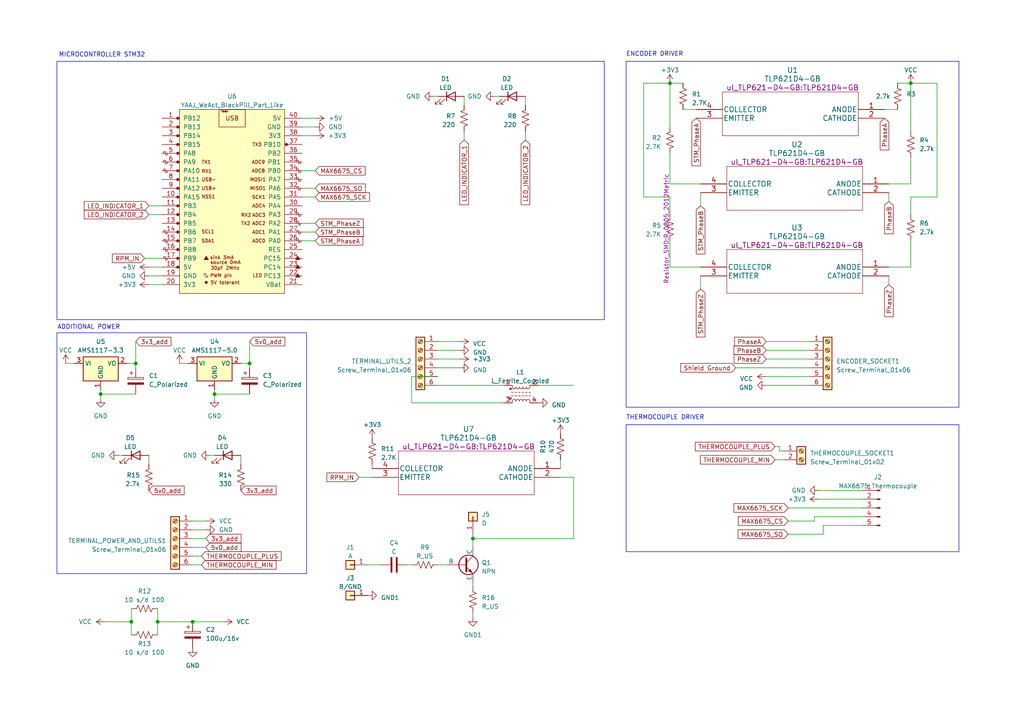
<source format=kicad_sch>
(kicad_sch (version 20230121) (generator eeschema)
  (paper "A4")
  (lib_symbols
    (symbol "Connector:Conn_01x05_Pin" (pin_names (offset 1.016) hide)
      (property "Reference" "J" (at 0 7.62 0))
      (property "Value" "Conn_01x05_Pin" (at 0 -7.62 0))
      (symbol "Conn_01x05_Pin_1_1"
        (pin passive line (at 5.08 5.08 180) (length 3.81) (name "Pin_1") (number "1"))
        (pin passive line (at 5.08 2.54 180) (length 3.81) (name "Pin_2") (number "2"))
        (pin passive line (at 5.08 0 180) (length 3.81) (name "Pin_3") (number "3"))
        (pin passive line (at 5.08 -2.54 180) (length 3.81) (name "Pin_4") (number "4"))
        (pin passive line (at 5.08 -5.08 180) (length 3.81) (name "Pin_5") (number "5"))
      )
    )
    (symbol "Connector:Screw_Terminal_01x02" (pin_names (offset 1.016) hide)
      (property "Reference" "J" (at 0 2.54 0))
      (property "Value" "Screw_Terminal_01x02" (at 0 -5.08 0))
      (symbol "Screw_Terminal_01x02_1_1"
        (pin passive line (at -5.08 0 0) (length 3.81) (name "Pin_1") (number "1"))
        (pin passive line (at -5.08 -2.54 0) (length 3.81) (name "Pin_2") (number "2"))
      )
    )
    (symbol "Connector:Screw_Terminal_01x06" (pin_names (offset 1.016) hide)
      (property "Reference" "J" (at 0 7.62 0))
      (property "Value" "Screw_Terminal_01x06" (at 0 -10.16 0))
      (symbol "Screw_Terminal_01x06_1_1"
        (pin passive line (at -5.08 5.08 0) (length 3.81) (name "Pin_1") (number "1"))
        (pin passive line (at -5.08 2.54 0) (length 3.81) (name "Pin_2") (number "2"))
        (pin passive line (at -5.08 0 0) (length 3.81) (name "Pin_3") (number "3"))
        (pin passive line (at -5.08 -2.54 0) (length 3.81) (name "Pin_4") (number "4"))
        (pin passive line (at -5.08 -5.08 0) (length 3.81) (name "Pin_5") (number "5"))
        (pin passive line (at -5.08 -7.62 0) (length 3.81) (name "Pin_6") (number "6"))
      )
    )
    (symbol "Connector_Generic:Conn_01x01" (pin_names (offset 1.016) hide)
      (property "Reference" "J" (at 0 2.54 0))
      (property "Value" "Conn_01x01" (at 0 -2.54 0))
      (symbol "Conn_01x01_1_1"
        (pin passive line (at -5.08 0 0) (length 3.81) (name "Pin_1") (number "1"))
      )
    )
    (symbol "Device:C" (pin_numbers hide) (pin_names (offset 0.254))
      (property "Reference" "C" (at 0.635 2.54 0))
      (property "Value" "C" (at 0.635 -2.54 0))
      (symbol "C_1_1"
        (pin passive line (at 0 3.81 270) (length 2.794) (name "~") (number "1"))
        (pin passive line (at 0 -3.81 90) (length 2.794) (name "~") (number "2"))
      )
    )
    (symbol "Device:C_Polarized" (pin_numbers hide) (pin_names (offset 0.254))
      (property "Reference" "C" (at 0.635 2.54 0))
      (property "Value" "C_Polarized" (at 0.635 -2.54 0))
      (symbol "C_Polarized_1_1"
        (pin passive line (at 0 3.81 270) (length 2.794) (name "~") (number "1"))
        (pin passive line (at 0 -3.81 90) (length 2.794) (name "~") (number "2"))
      )
    )
    (symbol "Device:LED" (pin_numbers hide) (pin_names (offset 1.016) hide)
      (property "Reference" "D" (at 0 2.54 0))
      (property "Value" "LED" (at 0 -2.54 0))
      (symbol "LED_1_1"
        (pin passive line (at -3.81 0 0) (length 2.54) (name "K") (number "1"))
        (pin passive line (at 3.81 0 180) (length 2.54) (name "A") (number "2"))
      )
    )
    (symbol "Device:L_Ferrite_Coupled" (pin_names (offset 0.254) hide)
      (property "Reference" "L" (at 0 4.445 0))
      (property "Value" "L_Ferrite_Coupled" (at 0 -4.445 0))
      (symbol "L_Ferrite_Coupled_1_1"
        (pin passive line (at -5.08 2.54 0) (length 2.54) (name "1") (number "1"))
        (pin passive line (at 5.08 2.54 180) (length 2.54) (name "2") (number "2"))
        (pin passive line (at -5.08 -2.54 0) (length 2.54) (name "3") (number "3"))
        (pin passive line (at 5.08 -2.54 180) (length 2.54) (name "4") (number "4"))
      )
    )
    (symbol "Device:R_US" (pin_numbers hide) (pin_names (offset 0))
      (property "Reference" "R" (at 2.54 0 90))
      (property "Value" "R_US" (at -2.54 0 90))
      (symbol "R_US_1_1"
        (pin passive line (at 0 3.81 270) (length 1.27) (name "~") (number "1"))
        (pin passive line (at 0 -3.81 90) (length 1.27) (name "~") (number "2"))
      )
    )
    (symbol "Regulator_Linear:AMS1117-3.3"
      (property "Reference" "U" (at -3.81 3.175 0))
      (property "Value" "AMS1117-3.3" (at 0 3.175 0))
      (symbol "AMS1117-3.3_1_1"
        (pin power_in line (at 0 -7.62 90) (length 2.54) (name "GND") (number "1"))
        (pin power_out line (at 7.62 0 180) (length 2.54) (name "VO") (number "2"))
        (pin power_in line (at -7.62 0 0) (length 2.54) (name "VI") (number "3"))
      )
    )
    (symbol "Regulator_Linear:AMS1117-5.0"
      (property "Reference" "U" (at -3.81 3.175 0))
      (property "Value" "AMS1117-5.0" (at 0 3.175 0))
      (symbol "AMS1117-5.0_1_1"
        (pin power_in line (at 0 -7.62 90) (length 2.54) (name "GND") (number "1"))
        (pin power_out line (at 7.62 0 180) (length 2.54) (name "VO") (number "2"))
        (pin power_in line (at -7.62 0 0) (length 2.54) (name "VI") (number "3"))
      )
    )
    (symbol "Simulation_SPICE:NPN" (pin_numbers hide) (pin_names (offset 0))
      (property "Reference" "Q" (at -2.54 7.62 0))
      (property "Value" "NPN" (at -2.54 5.08 0))
      (symbol "NPN_1_1"
        (pin open_collector line (at 2.54 5.08 270) (length 2.54) (name "C") (number "1"))
        (pin input line (at -5.08 0 0) (length 2.54) (name "B") (number "2"))
        (pin open_emitter line (at 2.54 -5.08 90) (length 2.54) (name "E") (number "3"))
      )
    )
    (symbol "TLP621D4-GB_1" (pin_names (offset 0.254))
      (property "Reference" "U2" (at 38.1 11.43 0))
      (property "Value" "TLP621D4-GB" (at 38.1 8.89 0))
      (property "Footprint" "footprints:TLP621D4-GB" (at 38.1 6.35 0))
      (symbol "TLP621D4-GB_1_1_1"
        (pin unspecified line (at 11.43 0 0) (length 7.62) (name "ANODE") (number "1"))
        (pin unspecified line (at 11.43 -2.54 0) (length 7.62) (name "CATHODE") (number "2"))
        (pin unspecified line (at 66.04 -2.54 180) (length 7.62) (name "EMITTER") (number "3"))
        (pin unspecified line (at 66.04 0 180) (length 7.62) (name "COLLECTOR") (number "4"))
      )
    )
    (symbol "YAAJ_WeAct_BlackPill_Part_Like:YAAJ_WeAct_BlackPill_Part_Like" (pin_names (offset 1.016))
      (property "Reference" "U" (at -12.7 27.94 0))
      (property "Value" "YAAJ_WeAct_BlackPill_Part_Like" (at 0 2.54 90))
      (symbol "YAAJ_WeAct_BlackPill_Part_Like_0_0"
        (text "30pF 2MHz" (at -2.032 -20.574 0) (effects (font (size 0.9906 0.9906))))
        (text "5V tolerant" (at -2.032 -24.765 0) (effects (font (size 0.9906 0.9906))))
        (text "ADC0" (at 7.747 -12.7 0) (effects (font (size 0.9906 0.9906))))
        (text "ADC1" (at 7.747 -10.16 0) (effects (font (size 0.9906 0.9906))))
        (text "ADC2" (at 7.747 -7.62 0) (effects (font (size 0.9906 0.9906))))
        (text "ADC3" (at 7.747 -5.207 0) (effects (font (size 0.9906 0.9906))))
        (text "ADC4" (at 7.747 -2.54 0) (effects (font (size 0.9906 0.9906))))
        (text "ADC8" (at 7.62 7.62 0) (effects (font (size 0.9906 0.9906))))
        (text "ADC9" (at 7.62 10.16 0) (effects (font (size 0.9906 0.9906))))
        (text "LED" (at 7.366 -22.733 0) (effects (font (size 0.9906 0.9906))))
        (text "MISO1" (at 7.493 2.54 0) (effects (font (size 0.9906 0.9906))))
        (text "MOSI1" (at 7.493 5.08 0) (effects (font (size 0.9906 0.9906))))
        (text "NSS1" (at -6.858 0.127 0) (effects (font (size 0.9906 0.9906))))
        (text "PWM pin" (at -3.175 -22.733 0) (effects (font (size 0.9906 0.9906))))
        (text "RX1" (at -7.366 7.493 0) (effects (font (size 0.9906 0.9906))))
        (text "RX2" (at 4.064 -5.207 0) (effects (font (size 0.9906 0.9906))))
        (text "SCK1" (at 7.747 0 0) (effects (font (size 0.9906 0.9906))))
        (text "SCL1" (at -6.985 -10.033 0) (effects (font (size 0.9906 0.9906))))
        (text "SDA1" (at -6.985 -12.7 0) (effects (font (size 0.9906 0.9906))))
        (text "sink 3mA" (at -2.921 -17.526 0) (effects (font (size 0.9906 0.9906))))
        (text "source 0mA" (at -1.905 -18.923 0) (effects (font (size 0.9906 0.9906))))
        (text "TX1" (at -7.493 10.16 0) (effects (font (size 0.9906 0.9906))))
        (text "TX2" (at 3.937 -7.62 0) (effects (font (size 0.9906 0.9906))))
        (text "TX3" (at 7.239 15.24 0) (effects (font (size 0.9906 0.9906))))
        (text "USB" (at 0 22.86 0) (effects (font (size 1.27 1.27))))
        (text "USB+" (at -6.731 2.54 0) (effects (font (size 0.9906 0.9906))))
        (text "USB-" (at -6.731 5.08 0) (effects (font (size 0.9906 0.9906))))
        (text "Y@@J" (at -2.159 24.892 0) (effects (font (size 0.508 0.508))))
      )
      (symbol "YAAJ_WeAct_BlackPill_Part_Like_1_1"
        (pin bidirectional line (at -20.32 22.86 0) (length 5.08) (name "PB12") (number "1"))
        (pin bidirectional line (at -20.32 0 0) (length 5.08) (name "PA15") (number "10"))
        (pin bidirectional line (at -20.32 -2.54 0) (length 5.08) (name "PB3") (number "11"))
        (pin bidirectional line (at -20.32 -5.08 0) (length 5.08) (name "PB4") (number "12"))
        (pin bidirectional line (at -20.32 -7.62 0) (length 5.08) (name "PB5") (number "13"))
        (pin bidirectional line (at -20.32 -10.16 0) (length 5.08) (name "PB6") (number "14"))
        (pin bidirectional line (at -20.32 -12.7 0) (length 5.08) (name "PB7") (number "15"))
        (pin bidirectional line (at -20.32 -15.24 0) (length 5.08) (name "PB8") (number "16"))
        (pin bidirectional line (at -20.32 -17.78 0) (length 5.08) (name "PB9") (number "17"))
        (pin power_in line (at -20.32 -20.32 0) (length 5.08) (name "5V") (number "18"))
        (pin power_in line (at -20.32 -22.86 0) (length 5.08) (name "GND") (number "19"))
        (pin bidirectional line (at -20.32 20.32 0) (length 5.08) (name "PB13") (number "2"))
        (pin power_in line (at -20.32 -25.4 0) (length 5.08) (name "3V3") (number "20"))
        (pin power_in line (at 20.32 -25.4 180) (length 5.08) (name "VBat") (number "21"))
        (pin bidirectional line (at 20.32 -22.86 180) (length 5.08) (name "PC13") (number "22"))
        (pin bidirectional line (at 20.32 -20.32 180) (length 5.08) (name "PC14") (number "23"))
        (pin bidirectional line (at 20.32 -17.78 180) (length 5.08) (name "PC15") (number "24"))
        (pin input line (at 20.32 -15.24 180) (length 5.08) (name "RES") (number "25"))
        (pin bidirectional line (at 20.32 -12.7 180) (length 5.08) (name "PA0") (number "26"))
        (pin bidirectional line (at 20.32 -10.16 180) (length 5.08) (name "PA1") (number "27"))
        (pin bidirectional line (at 20.32 -7.62 180) (length 5.08) (name "PA2") (number "28"))
        (pin bidirectional line (at 20.32 -5.08 180) (length 5.08) (name "PA3") (number "29"))
        (pin bidirectional line (at -20.32 17.78 0) (length 5.08) (name "PB14") (number "3"))
        (pin bidirectional line (at 20.32 -2.54 180) (length 5.08) (name "PA4") (number "30"))
        (pin bidirectional line (at 20.32 0 180) (length 5.08) (name "PA5") (number "31"))
        (pin bidirectional line (at 20.32 2.54 180) (length 5.08) (name "PA6") (number "32"))
        (pin bidirectional line (at 20.32 5.08 180) (length 5.08) (name "PA7") (number "33"))
        (pin bidirectional line (at 20.32 7.62 180) (length 5.08) (name "PB0") (number "34"))
        (pin bidirectional line (at 20.32 10.16 180) (length 5.08) (name "PB1") (number "35"))
        (pin bidirectional line (at 20.32 12.7 180) (length 5.08) (name "PB2") (number "36"))
        (pin bidirectional line (at 20.32 15.24 180) (length 5.08) (name "PB10") (number "37"))
        (pin power_in line (at 20.32 17.78 180) (length 5.08) (name "3V3") (number "38"))
        (pin power_in line (at 20.32 20.32 180) (length 5.08) (name "GND") (number "39"))
        (pin bidirectional line (at -20.32 15.24 0) (length 5.08) (name "PB15") (number "4"))
        (pin power_in line (at 20.32 22.86 180) (length 5.08) (name "5V") (number "40"))
        (pin bidirectional line (at -20.32 12.7 0) (length 5.08) (name "PA8") (number "5"))
        (pin bidirectional line (at -20.32 10.16 0) (length 5.08) (name "PA9") (number "6"))
        (pin bidirectional line (at -20.32 7.62 0) (length 5.08) (name "PA10") (number "7"))
        (pin bidirectional line (at -20.32 5.08 0) (length 5.08) (name "PA11") (number "8"))
        (pin bidirectional line (at -20.32 2.54 0) (length 5.08) (name "PA12") (number "9"))
      )
    )
    (symbol "power:+3V3" (power) (pin_names (offset 0))
      (property "Value" "+3V3" (at 0 3.556 0))
      (symbol "+3V3_1_1"
        (pin power_in line (at 0 0 90) (length 0) hide (name "+3V3") (number "1"))
      )
    )
    (symbol "power:+5V" (power) (pin_names (offset 0))
      (property "Value" "+5V" (at 0 3.556 0))
      (symbol "+5V_1_1"
        (pin power_in line (at 0 0 90) (length 0) hide (name "+5V") (number "1"))
      )
    )
    (symbol "power:GND" (power) (pin_names (offset 0))
      (property "Value" "GND" (at 0 -3.81 0))
      (symbol "GND_1_1"
        (pin power_in line (at 0 0 270) (length 0) hide (name "GND") (number "1"))
      )
    )
    (symbol "power:GND1" (power) (pin_names (offset 0))
      (property "Value" "GND1" (at 0 -3.81 0))
      (symbol "GND1_1_1"
        (pin power_in line (at 0 0 270) (length 0) hide (name "GND1") (number "1"))
      )
    )
    (symbol "power:VCC" (power) (pin_names (offset 0))
      (property "Value" "VCC" (at 0 3.81 0))
      (symbol "VCC_1_1"
        (pin power_in line (at 0 0 90) (length 0) hide (name "VCC") (number "1"))
      )
    )
  )
  (junction (at 72.39 105.41))
  (junction (at 38.1 180.34))
  (junction (at 55.88 180.34))
  (junction (at 45.72 180.34))
  (junction (at 29.21 114.3))
  (junction (at 194.31 24.13))
  (junction (at 62.23 114.3))
  (junction (at 264.16 24.13))
  (junction (at 39.37 105.41))
  (junction (at 137.16 156.21))
  (wire (pts (xy 250.19 149.86) (xy 236.22 149.86)))
  (wire (pts (xy 39.37 99.06) (xy 39.37 105.41)))
  (wire (pts (xy 106.68 163.83) (xy 110.49 163.83)))
  (wire (pts (xy 226.06 130.81) (xy 227.33 130.81)))
  (wire (pts (xy 55.88 180.34) (xy 64.77 180.34)))
  (wire (pts (xy 228.6 147.32) (xy 250.19 147.32)))
  (wire (pts (xy 41.91 74.93) (xy 46.99 74.93)))
  (wire (pts (xy 213.36 106.68) (xy 234.95 106.68)))
  (wire (pts (xy 194.31 77.47) (xy 194.31 69.85)))
  (wire (pts (xy 55.88 156.21) (xy 59.69 156.21)))
  (wire (pts (xy 60.96 132.08) (xy 62.23 132.08)))
  (wire (pts (xy 222.25 111.76) (xy 234.95 111.76)))
  (wire (pts (xy 29.21 114.3) (xy 29.21 115.57)))
  (wire (pts (xy 257.81 55.88) (xy 257.81 58.42)))
  (wire (pts (xy 72.39 105.41) (xy 72.39 106.68)))
  (wire (pts (xy 198.12 31.75) (xy 201.93 31.75)))
  (wire (pts (xy 72.39 99.06) (xy 72.39 105.41)))
  (wire (pts (xy 46.99 62.23) (xy 43.18 62.23)))
  (wire (pts (xy 203.2 53.34) (xy 194.31 53.34)))
  (wire (pts (xy 87.63 39.37) (xy 91.44 39.37)))
  (wire (pts (xy 264.16 62.23) (xy 264.16 57.15)))
  (wire (pts (xy 45.72 180.34) (xy 55.88 180.34)))
  (wire (pts (xy 137.16 156.21) (xy 137.16 158.75)))
  (wire (pts (xy 38.1 180.34) (xy 38.1 184.15)))
  (wire (pts (xy 222.25 99.06) (xy 234.95 99.06)))
  (wire (pts (xy 125.73 27.94) (xy 127 27.94)))
  (wire (pts (xy 43.18 82.55) (xy 46.99 82.55)))
  (wire (pts (xy 43.18 132.08) (xy 43.18 134.62)))
  (wire (pts (xy 134.62 38.1) (xy 134.62 40.64)))
  (wire (pts (xy 236.22 151.13) (xy 228.6 151.13)))
  (wire (pts (xy 257.81 53.34) (xy 264.16 53.34)))
  (wire (pts (xy 250.19 152.4) (xy 238.76 152.4)))
  (wire (pts (xy 119.38 116.84) (xy 119.38 109.22)))
  (wire (pts (xy 260.35 24.13) (xy 264.16 24.13)))
  (wire (pts (xy 87.63 36.83) (xy 91.44 36.83)))
  (wire (pts (xy 104.14 138.43) (xy 107.95 138.43)))
  (wire (pts (xy 203.2 55.88) (xy 203.2 59.69)))
  (wire (pts (xy 186.69 57.15) (xy 186.69 24.13)))
  (wire (pts (xy 87.63 57.15) (xy 91.44 57.15)))
  (wire (pts (xy 119.38 109.22) (xy 127 109.22)))
  (wire (pts (xy 59.69 153.67) (xy 55.88 153.67)))
  (wire (pts (xy 143.51 27.94) (xy 144.78 27.94)))
  (wire (pts (xy 133.35 106.68) (xy 127 106.68)))
  (wire (pts (xy 137.16 177.8) (xy 137.16 179.07)))
  (wire (pts (xy 39.37 105.41) (xy 39.37 106.68)))
  (wire (pts (xy 152.4 27.94) (xy 152.4 30.48)))
  (wire (pts (xy 127 163.83) (xy 129.54 163.83)))
  (wire (pts (xy 264.16 77.47) (xy 264.16 69.85)))
  (wire (pts (xy 30.48 180.34) (xy 38.1 180.34)))
  (wire (pts (xy 46.99 59.69) (xy 43.18 59.69)))
  (wire (pts (xy 134.62 27.94) (xy 134.62 30.48)))
  (wire (pts (xy 194.31 57.15) (xy 194.31 62.23)))
  (wire (pts (xy 137.16 154.94) (xy 137.16 156.21)))
  (wire (pts (xy 43.18 80.01) (xy 46.99 80.01)))
  (wire (pts (xy 194.31 24.13) (xy 194.31 36.83)))
  (wire (pts (xy 34.29 132.08) (xy 35.56 132.08)))
  (wire (pts (xy 29.21 113.03) (xy 29.21 114.3)))
  (wire (pts (xy 166.37 138.43) (xy 166.37 156.21)))
  (wire (pts (xy 236.22 149.86) (xy 236.22 151.13)))
  (wire (pts (xy 62.23 114.3) (xy 72.39 114.3)))
  (wire (pts (xy 152.4 38.1) (xy 152.4 40.64)))
  (wire (pts (xy 127 111.76) (xy 146.05 111.76)))
  (wire (pts (xy 264.16 53.34) (xy 264.16 45.72)))
  (wire (pts (xy 257.81 80.01) (xy 257.81 82.55)))
  (wire (pts (xy 55.88 163.83) (xy 58.42 163.83)))
  (wire (pts (xy 238.76 152.4) (xy 238.76 154.94)))
  (wire (pts (xy 55.88 158.75) (xy 59.69 158.75)))
  (wire (pts (xy 237.49 142.24) (xy 250.19 142.24)))
  (wire (pts (xy 133.35 101.6) (xy 127 101.6)))
  (wire (pts (xy 222.25 104.14) (xy 234.95 104.14)))
  (wire (pts (xy 271.78 57.15) (xy 271.78 24.13)))
  (wire (pts (xy 133.35 104.14) (xy 127 104.14)))
  (wire (pts (xy 46.99 77.47) (xy 43.18 77.47)))
  (wire (pts (xy 226.06 129.54) (xy 226.06 130.81)))
  (wire (pts (xy 55.88 161.29) (xy 58.42 161.29)))
  (wire (pts (xy 29.21 114.3) (xy 39.37 114.3)))
  (wire (pts (xy 36.83 105.41) (xy 39.37 105.41)))
  (wire (pts (xy 45.72 180.34) (xy 45.72 184.15)))
  (wire (pts (xy 87.63 34.29) (xy 91.44 34.29)))
  (wire (pts (xy 238.76 154.94) (xy 228.6 154.94)))
  (wire (pts (xy 118.11 163.83) (xy 119.38 163.83)))
  (wire (pts (xy 257.81 77.47) (xy 264.16 77.47)))
  (wire (pts (xy 38.1 180.34) (xy 38.1 176.53)))
  (wire (pts (xy 222.25 101.6) (xy 234.95 101.6)))
  (wire (pts (xy 166.37 156.21) (xy 137.16 156.21)))
  (wire (pts (xy 162.56 133.35) (xy 162.56 135.89)))
  (wire (pts (xy 264.16 24.13) (xy 264.16 38.1)))
  (wire (pts (xy 87.63 49.53) (xy 91.44 49.53)))
  (wire (pts (xy 87.63 64.77) (xy 91.44 64.77)))
  (wire (pts (xy 107.95 135.89) (xy 107.95 134.62)))
  (wire (pts (xy 194.31 57.15) (xy 186.69 57.15)))
  (wire (pts (xy 62.23 114.3) (xy 62.23 115.57)))
  (wire (pts (xy 137.16 168.91) (xy 137.16 170.18)))
  (wire (pts (xy 203.2 77.47) (xy 194.31 77.47)))
  (wire (pts (xy 45.72 176.53) (xy 45.72 180.34)))
  (wire (pts (xy 264.16 57.15) (xy 271.78 57.15)))
  (wire (pts (xy 222.25 109.22) (xy 234.95 109.22)))
  (wire (pts (xy 69.85 105.41) (xy 72.39 105.41)))
  (wire (pts (xy 271.78 24.13) (xy 264.16 24.13)))
  (wire (pts (xy 194.31 24.13) (xy 198.12 24.13)))
  (wire (pts (xy 91.44 67.31) (xy 87.63 67.31)))
  (wire (pts (xy 237.49 144.78) (xy 250.19 144.78)))
  (wire (pts (xy 119.38 116.84) (xy 146.05 116.84)))
  (wire (pts (xy 186.69 24.13) (xy 194.31 24.13)))
  (wire (pts (xy 256.54 31.75) (xy 260.35 31.75)))
  (wire (pts (xy 87.63 54.61) (xy 91.44 54.61)))
  (wire (pts (xy 194.31 44.45) (xy 194.31 53.34)))
  (wire (pts (xy 156.21 111.76) (xy 166.37 111.76)))
  (wire (pts (xy 162.56 138.43) (xy 166.37 138.43)))
  (wire (pts (xy 62.23 113.03) (xy 62.23 114.3)))
  (wire (pts (xy 224.79 133.35) (xy 227.33 133.35)))
  (wire (pts (xy 52.07 105.41) (xy 54.61 105.41)))
  (wire (pts (xy 69.85 132.08) (xy 69.85 134.62)))
  (wire (pts (xy 59.69 151.13) (xy 55.88 151.13)))
  (wire (pts (xy 203.2 80.01) (xy 203.2 83.82)))
  (wire (pts (xy 133.35 99.06) (xy 127 99.06)))
  (wire (pts (xy 19.05 105.41) (xy 21.59 105.41)))
  (wire (pts (xy 224.79 129.54) (xy 226.06 129.54)))
  (wire (pts (xy 91.44 69.85) (xy 87.63 69.85)))
  (rectangle (start 16.51 96.52) (end 88.9 166.37))
  (rectangle (start 181.61 17.78) (end 278.13 118.11))
  (rectangle (start 16.51 17.78) (end 175.26 92.71))
  (rectangle (start 181.61 123.19) (end 278.13 160.02))
  (text "ENCODER DRIVER\n" (at 181.61 16.51 0) (effects (font (size 1.27 1.27)) (justify left bottom)))
  (text "MICROCONTROLLER STM32" (at 17.0254 16.7184 0) (effects (font (size 1.27 1.27)) (justify left bottom)))
  (text "ADDITIONAL POWER\n" (at 16.6392 95.6955 0) (effects (font (size 1.27 1.27)) (justify left bottom)))
  (text "THERMOCOUPLE DRIVER" (at 181.61 121.92 0) (effects (font (size 1.27 1.27)) (justify left bottom)))
  (global_label "PhaseA" (shape input) (at 222.25 99.06 180) (property "Intersheetrefs" "${INTERSHEET_REFS}" (effects hide)))
  (global_label "MAX6675_SO" (shape input) (at 228.6 154.94 180) (property "Intersheetrefs" "${INTERSHEET_REFS}" (effects hide)))
  (global_label "THERMOCOUPLE_MIN" (shape input) (at 58.42 163.83 0) (property "Intersheetrefs" "${INTERSHEET_REFS}" (effects hide)))
  (global_label "LED_INDICATOR_1" (shape input) (at 134.62 40.64 270) (property "Intersheetrefs" "${INTERSHEET_REFS}" (effects hide)))
  (global_label "LED_INDICATOR_2" (shape input) (at 152.4 40.64 270) (property "Intersheetrefs" "${INTERSHEET_REFS}" (effects hide)))
  (global_label "RPM_IN" (shape input) (at 41.91 74.93 180) (property "Intersheetrefs" "${INTERSHEET_REFS}" (effects hide)))
  (global_label "STM_PhaseZ" (shape input) (at 203.2 83.82 270) (property "Intersheetrefs" "${INTERSHEET_REFS}" (effects hide)))
  (global_label "5v0_add" (shape input) (at 59.69 158.75 0) (property "Intersheetrefs" "${INTERSHEET_REFS}" (effects hide)))
  (global_label "THERMOCOUPLE_PLUS" (shape input) (at 58.42 161.29 0) (property "Intersheetrefs" "${INTERSHEET_REFS}" (effects hide)))
  (global_label "STM_PhaseB" (shape input) (at 203.2 59.69 270) (property "Intersheetrefs" "${INTERSHEET_REFS}" (effects hide)))
  (global_label "STM_PhaseZ" (shape input) (at 91.44 64.77 0) (property "Intersheetrefs" "${INTERSHEET_REFS}" (effects hide)))
  (global_label "PhaseZ" (shape input) (at 222.25 104.14 180) (property "Intersheetrefs" "${INTERSHEET_REFS}" (effects hide)))
  (global_label "THERMOCOUPLE_PLUS" (shape input) (at 224.79 129.54 180) (property "Intersheetrefs" "${INTERSHEET_REFS}" (effects hide)))
  (global_label "5v0_add" (shape input) (at 72.39 99.06 0) (property "Intersheetrefs" "${INTERSHEET_REFS}" (effects hide)))
  (global_label "MAX6675_SCK" (shape input) (at 228.6 147.32 180) (property "Intersheetrefs" "${INTERSHEET_REFS}" (effects hide)))
  (global_label "3v3_add" (shape input) (at 59.69 156.21 0) (property "Intersheetrefs" "${INTERSHEET_REFS}" (effects hide)))
  (global_label "3v3_add" (shape input) (at 39.37 99.06 0) (property "Intersheetrefs" "${INTERSHEET_REFS}" (effects hide)))
  (global_label "PhaseB" (shape input) (at 257.81 58.42 270) (property "Intersheetrefs" "${INTERSHEET_REFS}" (effects hide)))
  (global_label "LED_INDICATOR_1" (shape input) (at 43.18 59.69 180) (property "Intersheetrefs" "${INTERSHEET_REFS}" (effects hide)))
  (global_label "Shield Ground" (shape input) (at 213.36 106.68 180) (property "Intersheetrefs" "${INTERSHEET_REFS}" (effects hide)))
  (global_label "MAX6675_CS" (shape input) (at 228.6 151.13 180) (property "Intersheetrefs" "${INTERSHEET_REFS}" (effects hide)))
  (global_label "STM_PhaseA" (shape input) (at 91.44 69.85 0) (property "Intersheetrefs" "${INTERSHEET_REFS}" (effects hide)))
  (global_label "PhaseB" (shape input) (at 222.25 101.6 180) (property "Intersheetrefs" "${INTERSHEET_REFS}" (effects hide)))
  (global_label "STM_PhaseA" (shape input) (at 201.93 34.29 270) (property "Intersheetrefs" "${INTERSHEET_REFS}" (effects hide)))
  (global_label "3v3_add" (shape input) (at 69.85 142.24 0) (property "Intersheetrefs" "${INTERSHEET_REFS}" (effects hide)))
  (global_label "LED_INDICATOR_2" (shape input) (at 43.18 62.23 180) (property "Intersheetrefs" "${INTERSHEET_REFS}" (effects hide)))
  (global_label "MAX6675_CS" (shape input) (at 91.44 49.53 0) (property "Intersheetrefs" "${INTERSHEET_REFS}" (effects hide)))
  (global_label "STM_PhaseB" (shape input) (at 91.44 67.31 0) (property "Intersheetrefs" "${INTERSHEET_REFS}" (effects hide)))
  (global_label "MAX6675_SO" (shape input) (at 91.44 54.61 0) (property "Intersheetrefs" "${INTERSHEET_REFS}" (effects hide)))
  (global_label "RPM_IN" (shape input) (at 104.14 138.43 180) (property "Intersheetrefs" "${INTERSHEET_REFS}" (effects hide)))
  (global_label "PhaseZ" (shape input) (at 257.81 82.55 270) (property "Intersheetrefs" "${INTERSHEET_REFS}" (effects hide)))
  (global_label "5v0_add" (shape input) (at 43.18 142.24 0) (property "Intersheetrefs" "${INTERSHEET_REFS}" (effects hide)))
  (global_label "THERMOCOUPLE_MIN" (shape input) (at 224.79 133.35 180) (property "Intersheetrefs" "${INTERSHEET_REFS}" (effects hide)))
  (global_label "MAX6675_SCK" (shape input) (at 91.44 57.15 0) (property "Intersheetrefs" "${INTERSHEET_REFS}" (effects hide)))
  (global_label "PhaseA" (shape input) (at 256.54 34.29 270) (property "Intersheetrefs" "${INTERSHEET_REFS}" (effects hide)))
  (symbol (lib_id "Device:R_US") (at 41.91 176.53 270) (unit 1)
    (property "Reference" "R12" (at 41.91 171.45 90))
    (property "Value" "10 s/d 100" (at 41.91 173.99 90))
    (property "Footprint" "Resistor_SMD:R_0805_2012Metric" (effects hide))
  )
  (symbol (lib_id "Connector_Generic:Conn_01x01") (at 137.16 149.86 270) (mirror x) (unit 1)
    (property "Reference" "J5" (at 139.7 149.225 90) (effects (justify left)))
    (property "Value" "D" (at 139.7 151.765 90) (effects (justify left)))
    (property "Footprint" "Connector_Pin:Pin_D1.0mm_L10.0mm" (effects hide))
  )
  (symbol (lib_id "Device:LED") (at 130.81 27.94 0) (unit 1)
    (property "Reference" "D1" (at 129.2225 22.86 0))
    (property "Value" "LED" (at 129.2225 25.4 0))
    (property "Footprint" "LED_SMD:LED_0805_2012Metric" (effects hide))
  )
  (symbol (lib_id "power:VCC") (at 59.69 151.13 270) (mirror x) (unit 1)
    (property "Reference" "#PWR022" (effects hide))
    (property "Value" "VCC" (at 63.5 151.13 90) (effects (justify left)))
  )
  (symbol (lib_id "power:VCC") (at 30.48 180.34 90) (unit 1)
    (property "Reference" "#PWR06" (effects hide))
    (property "Value" "VCC" (at 26.67 180.34 90) (effects (justify left)))
  )
  (symbol (lib_id "power:GND") (at 133.35 106.68 90) (mirror x) (unit 1)
    (property "Reference" "#PWR027" (effects hide))
    (property "Value" "GND" (at 137.16 107.315 90) (effects (justify right)))
  )
  (symbol (lib_id "power:VCC") (at 264.16 24.13 0) (unit 1)
    (property "Reference" "#PWR03" (effects hide))
    (property "Value" "VCC" (at 264.16 20.32 0))
  )
  (symbol (lib_id "power:GND") (at 133.35 101.6 90) (mirror x) (unit 1)
    (property "Reference" "#PWR028" (effects hide))
    (property "Value" "GND" (at 137.16 102.235 90) (effects (justify right)))
  )
  (symbol (lib_id "power:GND") (at 156.21 116.84 90) (unit 1)
    (property "Reference" "#PWR025" (effects hide))
    (property "Value" "GND" (at 160.02 117.475 90) (effects (justify right)))
  )
  (symbol (lib_id "Device:R_US") (at 123.19 163.83 90) (unit 1)
    (property "Reference" "R9" (at 123.19 158.75 90))
    (property "Value" "R_US" (at 123.19 161.29 90))
    (property "Footprint" "Resistor_SMD:R_0805_2012Metric" (effects hide))
  )
  (symbol (lib_id "power:GND") (at 43.18 80.01 270) (unit 1)
    (property "Reference" "#PWR033" (effects hide))
    (property "Value" "GND" (at 39.37 80.01 90) (effects (justify right)))
  )
  (symbol (lib_id "Device:LED") (at 39.37 132.08 0) (unit 1)
    (property "Reference" "D5" (at 37.7825 127 0))
    (property "Value" "LED" (at 37.7825 129.54 0))
    (property "Footprint" "LED_SMD:LED_0805_2012Metric_Pad1.15x1.40mm_HandSolder" (effects hide))
  )
  (symbol (lib_id "power:GND") (at 91.44 36.83 90) (unit 1)
    (property "Reference" "#PWR010" (effects hide))
    (property "Value" "GND" (at 95.25 36.83 90) (effects (justify right)))
  )
  (symbol (lib_id "power:GND") (at 62.23 115.57 0) (unit 1)
    (property "Reference" "#PWR020" (effects hide))
    (property "Value" "GND" (at 62.23 120.65 0))
  )
  (symbol (lib_id "Device:R_US") (at 134.62 34.29 0) (mirror y) (unit 1)
    (property "Reference" "R7" (at 132.08 33.655 0) (effects (justify left)))
    (property "Value" "220" (at 132.08 36.195 0) (effects (justify left)))
    (property "Footprint" "Resistor_SMD:R_0805_2012Metric" (effects hide))
  )
  (symbol (lib_id "power:+5V") (at 91.44 34.29 270) (unit 1)
    (property "Reference" "#PWR09" (effects hide))
    (property "Value" "+5V" (at 95.25 34.29 90) (effects (justify left)))
  )
  (symbol (lib_id "Device:R_US") (at 162.56 129.54 0) (unit 1)
    (property "Reference" "R10" (at 157.48 129.54 90))
    (property "Value" "470" (at 160.02 129.54 90))
    (property "Footprint" "Resistor_SMD:R_0805_2012Metric" (effects hide))
  )
  (symbol (lib_id "Device:R_US") (at 198.12 27.94 0) (unit 1)
    (property "Reference" "R1" (at 200.66 27.305 0) (effects (justify left)))
    (property "Value" "2.7K" (at 200.66 29.845 0) (effects (justify left)))
    (property "Footprint" "Resistor_SMD:R_0805_2012Metric" (effects hide))
  )
  (symbol (lib_id "Regulator_Linear:AMS1117-5.0") (at 62.23 105.41 0) (unit 1)
    (property "Reference" "U4" (at 62.23 99.06 0))
    (property "Value" "AMS1117-5.0" (at 62.23 101.6 0))
    (property "Footprint" "Package_TO_SOT_SMD:SOT-223-3_TabPin2" (effects hide))
    (property "Datasheet" "http://www.advanced-monolithic.com/pdf/ds1117.pdf" (effects hide))
  )
  (symbol (lib_id "Connector:Screw_Terminal_01x06") (at 50.8 156.21 0) (mirror y) (unit 1)
    (property "Reference" "TERMINAL_POWER_AND_UTILS1" (at 48.26 156.845 0) (effects (justify left)))
    (property "Value" "Screw_Terminal_01x06" (at 48.26 159.385 0) (effects (justify left)))
    (property "Footprint" "TerminalBlock_Altech:Altech_AK300_1x06_P5.00mm_45-Degree" (effects hide))
  )
  (symbol (lib_id "Connector:Screw_Terminal_01x02") (at 232.41 130.81 0) (unit 1)
    (property "Reference" "THERMOCOUPLE_SOCKET1" (at 234.95 131.445 0) (effects (justify left)))
    (property "Value" "Screw_Terminal_01x02" (at 234.95 133.985 0) (effects (justify left)))
    (property "Footprint" "TerminalBlock_MetzConnect:TerminalBlock_MetzConnect_Type175_RT02702HBLC_1x02_P7.50mm_Horizontal" (effects hide))
  )
  (symbol (lib_id "power:+5V") (at 43.18 77.47 90) (mirror x) (unit 1)
    (property "Reference" "#PWR029" (effects hide))
    (property "Value" "+5V" (at 39.37 77.47 90) (effects (justify left)))
  )
  (symbol (lib_name "TLP621D4-GB_1") (lib_id "TLP-621-GR:TLP621D4-GB") (at 269.24 77.47 0) (mirror y) (unit 1)
    (property "Reference" "U3" (at 231.14 66.04 0) (effects (font (size 1.524 1.524))))
    (property "Value" "TLP621D4-GB" (at 231.14 68.58 0) (effects (font (size 1.524 1.524))))
    (property "Footprint" "ul_TLP621-D4-GB:TLP621D4-GB" (at 231.14 71.12 0) (effects (font (size 1.524 1.524))))
  )
  (symbol (lib_id "power:GND") (at 55.88 187.96 0) (unit 1)
    (property "Reference" "#PWR07" (effects hide))
    (property "Value" "GND" (at 55.88 193.04 0))
  )
  (symbol (lib_id "power:+3V3") (at 107.95 127 0) (unit 1)
    (property "Reference" "#PWR032" (effects hide))
    (property "Value" "+3V3" (at 107.95 123.19 0))
  )
  (symbol (lib_id "Device:C_Polarized") (at 55.88 184.15 0) (unit 1)
    (property "Reference" "C2" (at 59.69 182.626 0) (effects (justify left)))
    (property "Value" "100u/16v" (at 59.69 185.166 0) (effects (justify left)))
    (property "Footprint" "Capacitor_SMD:C_Elec_6.3x5.8" (effects hide))
  )
  (symbol (lib_id "Device:R_US") (at 41.91 184.15 270) (unit 1)
    (property "Reference" "R13" (at 41.91 186.69 90))
    (property "Value" "10 s/d 100" (at 41.91 189.23 90))
    (property "Footprint" "Resistor_SMD:R_0805_2012Metric" (effects hide))
  )
  (symbol (lib_id "power:VCC") (at 52.07 105.41 0) (unit 1)
    (property "Reference" "#PWR04" (effects hide))
    (property "Value" "VCC" (at 52.07 101.6 0))
  )
  (symbol (lib_id "power:GND1") (at 106.68 172.72 90) (unit 1)
    (property "Reference" "#PWR034" (effects hide))
    (property "Value" "GND1" (at 110.49 173.355 90) (effects (justify right)))
  )
  (symbol (lib_id "power:GND1") (at 137.16 179.07 0) (unit 1)
    (property "Reference" "#PWR030" (effects hide))
    (property "Value" "GND1" (at 137.16 184.15 0))
  )
  (symbol (lib_id "Device:LED") (at 148.59 27.94 0) (unit 1)
    (property "Reference" "D2" (at 147.0025 22.86 0))
    (property "Value" "LED" (at 147.0025 25.4 0))
    (property "Footprint" "LED_SMD:LED_0805_2012Metric" (effects hide))
  )
  (symbol (lib_id "Device:R_US") (at 107.95 130.81 180) (unit 1)
    (property "Reference" "R11" (at 110.49 130.175 0) (effects (justify right)))
    (property "Value" "2.7K" (at 110.49 132.715 0) (effects (justify right)))
    (property "Footprint" "Resistor_SMD:R_0805_2012Metric" (effects hide))
  )
  (symbol (lib_id "power:+3V3") (at 194.31 24.13 0) (unit 1)
    (property "Reference" "#PWR01" (effects hide))
    (property "Value" "+3V3" (at 194.31 20.32 0))
  )
  (symbol (lib_id "Connector:Screw_Terminal_01x06") (at 240.03 104.14 0) (unit 1)
    (property "Reference" "ENCODER_SOCKET1" (at 242.57 104.775 0) (effects (justify left)))
    (property "Value" "Screw_Terminal_01x06" (at 242.57 107.315 0) (effects (justify left)))
    (property "Footprint" "TerminalBlock_Altech:Altech_AK300_1x06_P5.00mm_45-Degree" (effects hide))
  )
  (symbol (lib_id "power:GND") (at 60.96 132.08 270) (mirror x) (unit 1)
    (property "Reference" "#PWR018" (effects hide))
    (property "Value" "GND" (at 57.15 132.08 90) (effects (justify right)))
  )
  (symbol (lib_id "Device:R_US") (at 264.16 41.91 0) (unit 1)
    (property "Reference" "R4" (at 266.7 40.64 0) (effects (justify left)))
    (property "Value" "2.7k" (at 266.7 43.18 0) (effects (justify left)))
    (property "Footprint" "Resistor_SMD:R_0805_2012Metric" (effects hide))
  )
  (symbol (lib_name "TLP621D4-GB_1") (lib_id "TLP-621-GR:TLP621D4-GB") (at 269.24 53.34 0) (mirror y) (unit 1)
    (property "Reference" "U2" (at 231.14 41.91 0) (effects (font (size 1.524 1.524))))
    (property "Value" "TLP621D4-GB" (at 231.14 44.45 0) (effects (font (size 1.524 1.524))))
    (property "Footprint" "ul_TLP621-D4-GB:TLP621D4-GB" (at 231.14 46.99 0) (effects (font (size 1.524 1.524))))
  )
  (symbol (lib_id "power:GND") (at 29.21 115.57 0) (unit 1)
    (property "Reference" "#PWR021" (effects hide))
    (property "Value" "GND" (at 29.21 120.65 0))
  )
  (symbol (lib_id "Device:R_US") (at 43.18 138.43 0) (mirror y) (unit 1)
    (property "Reference" "R15" (at 40.64 137.795 0) (effects (justify left)))
    (property "Value" "2.7k" (at 40.64 140.335 0) (effects (justify left)))
    (property "Footprint" "Resistor_SMD:R_0805_2012Metric" (effects hide))
  )
  (symbol (lib_id "power:GND") (at 59.69 153.67 90) (mirror x) (unit 1)
    (property "Reference" "#PWR023" (effects hide))
    (property "Value" "GND" (at 63.5 153.67 90) (effects (justify right)))
  )
  (symbol (lib_id "Simulation_SPICE:NPN") (at 134.62 163.83 0) (unit 1)
    (property "Reference" "Q1" (at 139.7 163.195 0) (effects (justify left)))
    (property "Value" "NPN" (at 139.7 165.735 0) (effects (justify left)))
    (property "Footprint" "Package_TO_SOT_SMD:SOT-23W" (effects hide))
    (property "Sim.Device" "NPN" (effects hide))
    (property "Sim.Type" "GUMMELPOON" (effects hide))
    (property "Sim.Pins" "1=C 2=B 3=E" (effects hide))
  )
  (symbol (lib_id "YAAJ_WeAct_BlackPill_Part_Like:YAAJ_WeAct_BlackPill_Part_Like") (at 67.31 57.15 0) (unit 1)
    (property "Reference" "U6" (at 67.31 27.94 0))
    (property "Value" "YAAJ_WeAct_BlackPill_Part_Like" (at 67.31 30.48 0))
    (property "Footprint" "Kicad-STM32:YAAJ_WeAct_BlackPill_2" (effects hide))
  )
  (symbol (lib_id "Device:C_Polarized") (at 72.39 110.49 0) (unit 1)
    (property "Reference" "C3" (at 76.2 108.966 0) (effects (justify left)))
    (property "Value" "C_Polarized" (at 76.2 111.506 0) (effects (justify left)))
    (property "Footprint" "Capacitor_SMD:C_Elec_6.3x5.8" (effects hide))
  )
  (symbol (lib_id "Device:C_Polarized") (at 39.37 110.49 0) (unit 1)
    (property "Reference" "C1" (at 43.18 108.966 0) (effects (justify left)))
    (property "Value" "C_Polarized" (at 43.18 111.506 0) (effects (justify left)))
    (property "Footprint" "Capacitor_SMD:C_Elec_6.3x5.8" (effects hide))
  )
  (symbol (lib_id "power:VCC") (at 133.35 99.06 270) (mirror x) (unit 1)
    (property "Reference" "#PWR026" (effects hide))
    (property "Value" "VCC" (at 137.16 99.695 90) (effects (justify left)))
  )
  (symbol (lib_id "Device:R_US") (at 69.85 138.43 0) (mirror y) (unit 1)
    (property "Reference" "R14" (at 67.31 137.795 0) (effects (justify left)))
    (property "Value" "330" (at 67.31 140.335 0) (effects (justify left)))
    (property "Footprint" "Resistor_SMD:R_0805_2012Metric" (effects hide))
  )
  (symbol (lib_id "power:GND") (at 143.51 27.94 270) (mirror x) (unit 1)
    (property "Reference" "#PWR011" (effects hide))
    (property "Value" "GND" (at 139.7 27.94 90) (effects (justify right)))
  )
  (symbol (lib_id "power:GND") (at 237.49 142.24 270) (mirror x) (unit 1)
    (property "Reference" "#PWR014" (effects hide))
    (property "Value" "GND" (at 233.68 142.24 90) (effects (justify right)))
  )
  (symbol (lib_id "Regulator_Linear:AMS1117-3.3") (at 29.21 105.41 0) (unit 1)
    (property "Reference" "U5" (at 29.21 99.06 0))
    (property "Value" "AMS1117-3.3" (at 29.21 101.6 0))
    (property "Footprint" "Package_TO_SOT_SMD:SOT-223-3_TabPin2" (effects hide))
    (property "Datasheet" "http://www.advanced-monolithic.com/pdf/ds1117.pdf" (effects hide))
  )
  (symbol (lib_id "power:+3V3") (at 43.18 82.55 90) (unit 1)
    (property "Reference" "#PWR012" (effects hide))
    (property "Value" "+3V3" (at 36.83 82.55 90))
  )
  (symbol (lib_id "Connector_Generic:Conn_01x01") (at 101.6 172.72 0) (mirror y) (unit 1)
    (property "Reference" "J3" (at 101.6 167.64 0))
    (property "Value" "B/GND" (at 101.6 170.18 0))
    (property "Footprint" "Connector_Pin:Pin_D1.0mm_L10.0mm" (effects hide))
  )
  (symbol (lib_id "power:GND") (at 34.29 132.08 270) (mirror x) (unit 1)
    (property "Reference" "#PWR024" (effects hide))
    (property "Value" "GND" (at 30.48 132.08 90) (effects (justify right)))
  )
  (symbol (lib_id "power:+3V3") (at 133.35 104.14 270) (mirror x) (unit 1)
    (property "Reference" "#PWR019" (effects hide))
    (property "Value" "+3V3" (at 139.7 104.14 90))
  )
  (symbol (lib_id "Device:R_US") (at 194.31 40.64 0) (mirror y) (unit 1)
    (property "Reference" "R2" (at 191.77 40.005 0) (effects (justify left)))
    (property "Value" "2.7K" (at 191.77 42.545 0) (effects (justify left)))
    (property "Footprint" "Resistor_SMD:R_0805_2012Metric" (effects hide))
  )
  (symbol (lib_id "Device:L_Ferrite_Coupled") (at 151.13 114.3 0) (unit 1)
    (property "Reference" "L1" (at 150.876 107.95 0))
    (property "Value" "L_Ferrite_Coupled" (at 150.876 110.49 0))
    (property "Footprint" "Inductor_THT:Choke_Schaffner_RN122-04-28.0x27.0mm" (effects hide))
  )
  (symbol (lib_id "power:VCC") (at 19.05 105.41 0) (unit 1)
    (property "Reference" "#PWR02" (effects hide))
    (property "Value" "VCC" (at 19.05 101.6 0))
  )
  (symbol (lib_id "Device:C") (at 114.3 163.83 90) (unit 1)
    (property "Reference" "C4" (at 114.3 157.48 90))
    (property "Value" "C" (at 114.3 160.02 90))
    (property "Footprint" "Capacitor_SMD:C_0805_2012Metric" (effects hide))
  )
  (symbol (lib_id "power:+3V3") (at 237.49 144.78 90) (unit 1)
    (property "Reference" "#PWR05" (effects hide))
    (property "Value" "+3V3" (at 231.14 144.78 90))
  )
  (symbol (lib_id "Device:R_US") (at 264.16 66.04 0) (unit 1)
    (property "Reference" "R6" (at 266.7 64.77 0) (effects (justify left)))
    (property "Value" "2.7k" (at 266.7 67.31 0) (effects (justify left)))
    (property "Footprint" "Resistor_SMD:R_0805_2012Metric" (effects hide))
  )
  (symbol (lib_id "power:+3V3") (at 91.44 39.37 270) (mirror x) (unit 1)
    (property "Reference" "#PWR013" (effects hide))
    (property "Value" "+3V3" (at 97.79 39.37 90))
  )
  (symbol (lib_id "power:GND") (at 125.73 27.94 270) (mirror x) (unit 1)
    (property "Reference" "#PWR015" (effects hide))
    (property "Value" "GND" (at 121.92 27.94 90) (effects (justify right)))
  )
  (symbol (lib_name "TLP621D4-GB_1") (lib_id "TLP-621-GR:TLP621D4-GB") (at 173.99 135.89 0) (mirror y) (unit 1)
    (property "Reference" "U7" (at 135.89 124.46 0) (effects (font (size 1.524 1.524))))
    (property "Value" "TLP621D4-GB" (at 135.89 127 0) (effects (font (size 1.524 1.524))))
    (property "Footprint" "ul_TLP621-D4-GB:TLP621D4-GB" (at 135.89 129.54 0) (effects (font (size 1.524 1.524))))
  )
  (symbol (lib_id "Connector:Screw_Terminal_01x06") (at 121.92 104.14 0) (mirror y) (unit 1)
    (property "Reference" "TERMINAL_UTILS_2" (at 119.38 104.775 0) (effects (justify left)))
    (property "Value" "Screw_Terminal_01x06" (at 119.38 107.315 0) (effects (justify left)))
    (property "Footprint" "TerminalBlock_Altech:Altech_AK300_1x06_P5.00mm_45-Degree" (effects hide))
  )
  (symbol (lib_name "TLP621D4-GB_1") (lib_id "TLP-621-GR:TLP621D4-GB") (at 267.97 31.75 0) (mirror y) (unit 1)
    (property "Reference" "U1" (at 229.87 20.32 0) (effects (font (size 1.524 1.524))))
    (property "Value" "TLP621D4-GB" (at 229.87 22.86 0) (effects (font (size 1.524 1.524))))
    (property "Footprint" "ul_TLP621-D4-GB:TLP621D4-GB" (at 229.87 25.4 0) (effects (font (size 1.524 1.524))))
  )
  (symbol (lib_id "Connector:Conn_01x05_Pin") (at 255.27 147.32 0) (mirror y) (unit 1)
    (property "Reference" "J2" (at 254.635 138.43 0))
    (property "Value" "MAX6675 Thermocouple" (at 254.635 140.97 0))
    (property "Footprint" "Connector_PinHeader_2.54mm:PinHeader_1x05_P2.54mm_Vertical" (effects hide))
  )
  (symbol (lib_id "Device:R_US") (at 137.16 173.99 0) (unit 1)
    (property "Reference" "R16" (at 139.7 173.355 0) (effects (justify left)))
    (property "Value" "R_US" (at 139.7 175.895 0) (effects (justify left)))
    (property "Footprint" "Resistor_SMD:R_0805_2012Metric" (effects hide))
  )
  (symbol (lib_id "power:GND") (at 222.25 111.76 270) (unit 1)
    (property "Reference" "#PWR017" (effects hide))
    (property "Value" "GND" (at 218.44 112.395 90) (effects (justify right)))
  )
  (symbol (lib_id "power:VCC") (at 64.77 180.34 270) (mirror x) (unit 1)
    (property "Reference" "#PWR08" (effects hide))
    (property "Value" "VCC" (at 68.58 180.34 90) (effects (justify left)))
  )
  (symbol (lib_id "Device:R_US") (at 152.4 34.29 0) (mirror y) (unit 1)
    (property "Reference" "R8" (at 149.86 33.655 0) (effects (justify left)))
    (property "Value" "220" (at 149.86 36.195 0) (effects (justify left)))
    (property "Footprint" "Resistor_SMD:R_0805_2012Metric" (effects hide))
  )
  (symbol (lib_id "Connector_Generic:Conn_01x01") (at 101.6 163.83 0) (mirror y) (unit 1)
    (property "Reference" "J1" (at 101.6 158.75 0))
    (property "Value" "A" (at 101.6 161.29 0))
    (property "Footprint" "Connector_Pin:Pin_D1.4mm_L8.5mm_W2.8mm_FlatFork" (effects hide))
  )
  (symbol (lib_id "Device:R_US") (at 194.31 66.04 0) (mirror y) (unit 1)
    (property "Reference" "R5" (at 191.77 65.405 0) (effects (justify left)))
    (property "Value" "2.7K" (at 191.77 67.945 0) (effects (justify left)))
    (property "Footprint" "Resistor_SMD:R_0805_2012Metric" (at 193.294 66.294 90))
  )
  (symbol (lib_id "Device:R_US") (at 260.35 27.94 0) (unit 1)
    (property "Reference" "R3" (at 262.89 27.305 0) (effects (justify left)))
    (property "Value" "2.7k" (at 254 27.94 0) (effects (justify left)))
    (property "Footprint" "Resistor_SMD:R_0805_2012Metric" (effects hide))
  )
  (symbol (lib_id "power:VCC") (at 222.25 109.22 90) (unit 1)
    (property "Reference" "#PWR016" (effects hide))
    (property "Value" "VCC" (at 218.44 109.855 90) (effects (justify left)))
  )
  (symbol (lib_id "Device:LED") (at 66.04 132.08 0) (unit 1)
    (property "Reference" "D4" (at 64.4525 127 0))
    (property "Value" "LED" (at 64.4525 129.54 0))
    (property "Footprint" "LED_SMD:LED_0805_2012Metric_Pad1.15x1.40mm_HandSolder" (effects hide))
  )
  (symbol (lib_id "power:+3V3") (at 162.56 125.73 0) (unit 1)
    (property "Reference" "#PWR031" (effects hide))
    (property "Value" "+3V3" (at 162.56 121.92 0))
  )
)
</source>
